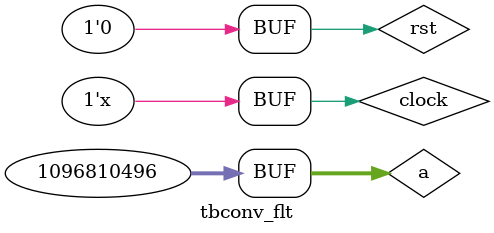
<source format=v>
`timescale 1ns / 1ps


module tbconv_flt(

    );

    reg clock, rst;
    reg [31:0] a;
    wire [31:0] result;
    wire out_valid, end_conv;
    
    always #50 clock = ~clock;
    
    conv_flt DUT (clock, rst, a, result, out_valid, end_conv);
    
    //always@(posedge clock) a = a+6'b100000;
    
    initial begin
    clock = 1; rst = 1; #100 rst = 0; 
    a = 32'b0_01111111_00000000000000000000000;
    #100 a = 32'b0_10000000_00000000000000000000000;
    #100 a = 32'b0_10000000_10000000000000000000000;
    #100 a = 32'b0_10000001_00000000000000000000000;
    #100 a = 32'b0_10000001_01000000000000000000000;
    #100 a = 32'b0_10000001_10000000000000000000000;
    #100 a = 32'b0_10000001_11000000000000000000000;
    #100 a = 32'b0_10000010_00000000000000000000000;
    #100 a = 32'b0_10000010_00100000000000000000000;
    #100 a = 32'b0_10000010_01000000000000000000000;
    #100 a = 32'b0_10000010_01100000000000000000000;
    #100 a = 32'b0_10000010_10000000000000000000000;
    #100 a = 32'b0_10000010_10100000000000000000000;
    #100 a = 32'b0_10000010_11000000000000000000000;
    //repeat(15)
    //#10 a = $random;
    end
endmodule

</source>
